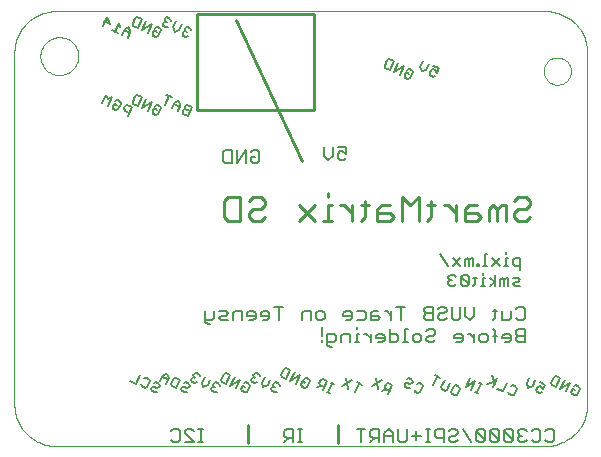
<source format=gbo>
G75*
G70*
%OFA0B0*%
%FSLAX24Y24*%
%IPPOS*%
%LPD*%
%AMOC8*
5,1,8,0,0,1.08239X$1,22.5*
%
%ADD10C,0.0000*%
%ADD11C,0.0090*%
%ADD12C,0.0060*%
%ADD13C,0.0070*%
%ADD14C,0.0100*%
%ADD15C,0.0080*%
D10*
X001600Y004500D02*
X017900Y004500D01*
X017973Y004502D01*
X018046Y004508D01*
X018119Y004517D01*
X018191Y004531D01*
X018262Y004548D01*
X018333Y004569D01*
X018402Y004593D01*
X018469Y004621D01*
X018536Y004653D01*
X018600Y004688D01*
X018662Y004726D01*
X018723Y004767D01*
X018781Y004812D01*
X018837Y004860D01*
X018890Y004910D01*
X018940Y004963D01*
X018988Y005019D01*
X019033Y005077D01*
X019074Y005138D01*
X019112Y005200D01*
X019147Y005264D01*
X019179Y005331D01*
X019207Y005398D01*
X019231Y005467D01*
X019252Y005538D01*
X019269Y005609D01*
X019283Y005681D01*
X019292Y005754D01*
X019298Y005827D01*
X019300Y005900D01*
X019300Y017600D01*
X017847Y017000D02*
X017849Y017042D01*
X017855Y017084D01*
X017865Y017126D01*
X017878Y017166D01*
X017896Y017205D01*
X017917Y017242D01*
X017941Y017276D01*
X017969Y017309D01*
X017999Y017339D01*
X018032Y017365D01*
X018067Y017389D01*
X018105Y017409D01*
X018144Y017425D01*
X018184Y017438D01*
X018226Y017447D01*
X018268Y017452D01*
X018311Y017453D01*
X018353Y017450D01*
X018395Y017443D01*
X018436Y017432D01*
X018476Y017417D01*
X018514Y017399D01*
X018551Y017377D01*
X018585Y017352D01*
X018617Y017324D01*
X018645Y017293D01*
X018671Y017259D01*
X018694Y017223D01*
X018713Y017186D01*
X018729Y017146D01*
X018741Y017105D01*
X018749Y017064D01*
X018753Y017021D01*
X018753Y016979D01*
X018749Y016936D01*
X018741Y016895D01*
X018729Y016854D01*
X018713Y016814D01*
X018694Y016777D01*
X018671Y016741D01*
X018645Y016707D01*
X018617Y016676D01*
X018585Y016648D01*
X018551Y016623D01*
X018514Y016601D01*
X018476Y016583D01*
X018436Y016568D01*
X018395Y016557D01*
X018353Y016550D01*
X018311Y016547D01*
X018268Y016548D01*
X018226Y016553D01*
X018184Y016562D01*
X018144Y016575D01*
X018105Y016591D01*
X018067Y016611D01*
X018032Y016635D01*
X017999Y016661D01*
X017969Y016691D01*
X017941Y016724D01*
X017917Y016758D01*
X017896Y016795D01*
X017878Y016834D01*
X017865Y016874D01*
X017855Y016916D01*
X017849Y016958D01*
X017847Y017000D01*
X019300Y017600D02*
X019298Y017673D01*
X019292Y017746D01*
X019283Y017819D01*
X019269Y017891D01*
X019252Y017962D01*
X019231Y018033D01*
X019207Y018102D01*
X019179Y018169D01*
X019147Y018236D01*
X019112Y018300D01*
X019074Y018362D01*
X019033Y018423D01*
X018988Y018481D01*
X018940Y018537D01*
X018890Y018590D01*
X018837Y018640D01*
X018781Y018688D01*
X018723Y018733D01*
X018662Y018774D01*
X018600Y018812D01*
X018536Y018847D01*
X018469Y018879D01*
X018402Y018907D01*
X018333Y018931D01*
X018262Y018952D01*
X018191Y018969D01*
X018119Y018983D01*
X018046Y018992D01*
X017973Y018998D01*
X017900Y019000D01*
X001600Y019000D01*
X001527Y018998D01*
X001454Y018992D01*
X001381Y018983D01*
X001309Y018969D01*
X001238Y018952D01*
X001167Y018931D01*
X001098Y018907D01*
X001031Y018879D01*
X000964Y018847D01*
X000900Y018812D01*
X000838Y018774D01*
X000777Y018733D01*
X000719Y018688D01*
X000663Y018640D01*
X000610Y018590D01*
X000560Y018537D01*
X000512Y018481D01*
X000467Y018423D01*
X000426Y018362D01*
X000388Y018300D01*
X000353Y018236D01*
X000321Y018169D01*
X000293Y018102D01*
X000269Y018033D01*
X000248Y017962D01*
X000231Y017891D01*
X000217Y017819D01*
X000208Y017746D01*
X000202Y017673D01*
X000200Y017600D01*
X000200Y005900D01*
X000202Y005827D01*
X000208Y005754D01*
X000217Y005681D01*
X000231Y005609D01*
X000248Y005538D01*
X000269Y005467D01*
X000293Y005398D01*
X000321Y005331D01*
X000353Y005264D01*
X000388Y005200D01*
X000426Y005138D01*
X000467Y005077D01*
X000512Y005019D01*
X000560Y004963D01*
X000610Y004910D01*
X000663Y004860D01*
X000719Y004812D01*
X000777Y004767D01*
X000838Y004726D01*
X000900Y004688D01*
X000964Y004653D01*
X001031Y004621D01*
X001098Y004593D01*
X001167Y004569D01*
X001238Y004548D01*
X001309Y004531D01*
X001381Y004517D01*
X001454Y004508D01*
X001527Y004502D01*
X001600Y004500D01*
X001070Y017500D02*
X001072Y017550D01*
X001078Y017600D01*
X001088Y017649D01*
X001102Y017697D01*
X001119Y017744D01*
X001140Y017789D01*
X001165Y017833D01*
X001193Y017874D01*
X001225Y017913D01*
X001259Y017950D01*
X001296Y017984D01*
X001336Y018014D01*
X001378Y018041D01*
X001422Y018065D01*
X001468Y018086D01*
X001515Y018102D01*
X001563Y018115D01*
X001613Y018124D01*
X001662Y018129D01*
X001713Y018130D01*
X001763Y018127D01*
X001812Y018120D01*
X001861Y018109D01*
X001909Y018094D01*
X001955Y018076D01*
X002000Y018054D01*
X002043Y018028D01*
X002084Y017999D01*
X002123Y017967D01*
X002159Y017932D01*
X002191Y017894D01*
X002221Y017854D01*
X002248Y017811D01*
X002271Y017767D01*
X002290Y017721D01*
X002306Y017673D01*
X002318Y017624D01*
X002326Y017575D01*
X002330Y017525D01*
X002330Y017475D01*
X002326Y017425D01*
X002318Y017376D01*
X002306Y017327D01*
X002290Y017279D01*
X002271Y017233D01*
X002248Y017189D01*
X002221Y017146D01*
X002191Y017106D01*
X002159Y017068D01*
X002123Y017033D01*
X002084Y017001D01*
X002043Y016972D01*
X002000Y016946D01*
X001955Y016924D01*
X001909Y016906D01*
X001861Y016891D01*
X001812Y016880D01*
X001763Y016873D01*
X001713Y016870D01*
X001662Y016871D01*
X001613Y016876D01*
X001563Y016885D01*
X001515Y016898D01*
X001468Y016914D01*
X001422Y016935D01*
X001378Y016959D01*
X001336Y016986D01*
X001296Y017016D01*
X001259Y017050D01*
X001225Y017087D01*
X001193Y017126D01*
X001165Y017167D01*
X001140Y017211D01*
X001119Y017256D01*
X001102Y017303D01*
X001088Y017351D01*
X001078Y017400D01*
X001072Y017450D01*
X001070Y017500D01*
D11*
X007195Y012671D02*
X007195Y012130D01*
X007330Y011995D01*
X007735Y011995D01*
X007735Y012806D01*
X007330Y012806D01*
X007195Y012671D01*
X008023Y012671D02*
X008159Y012806D01*
X008429Y012806D01*
X008564Y012671D01*
X008564Y012535D01*
X008429Y012400D01*
X008159Y012400D01*
X008023Y012265D01*
X008023Y012130D01*
X008159Y011995D01*
X008429Y011995D01*
X008564Y012130D01*
X009681Y011995D02*
X010221Y012535D01*
X010639Y012535D02*
X010639Y011995D01*
X010774Y011995D02*
X010504Y011995D01*
X010221Y011995D02*
X009681Y012535D01*
X010639Y012535D02*
X010774Y012535D01*
X011059Y012535D02*
X011194Y012535D01*
X011464Y012265D01*
X011464Y011995D02*
X011464Y012535D01*
X011747Y012535D02*
X012017Y012535D01*
X011882Y012671D02*
X011882Y012130D01*
X011747Y011995D01*
X012305Y011995D02*
X012710Y011995D01*
X012846Y012130D01*
X012710Y012265D01*
X012305Y012265D01*
X012305Y012400D02*
X012305Y011995D01*
X012305Y012400D02*
X012440Y012535D01*
X012710Y012535D01*
X013134Y012806D02*
X013134Y011995D01*
X013674Y011995D02*
X013674Y012806D01*
X013404Y012535D01*
X013134Y012806D01*
X013957Y012535D02*
X014227Y012535D01*
X014092Y012671D02*
X014092Y012130D01*
X013957Y011995D01*
X014512Y012535D02*
X014647Y012535D01*
X014917Y012265D01*
X014917Y011995D02*
X014917Y012535D01*
X015206Y012400D02*
X015206Y011995D01*
X015611Y011995D01*
X015746Y012130D01*
X015611Y012265D01*
X015206Y012265D01*
X015206Y012400D02*
X015341Y012535D01*
X015611Y012535D01*
X016034Y012400D02*
X016034Y011995D01*
X016305Y011995D02*
X016305Y012400D01*
X016169Y012535D01*
X016034Y012400D01*
X016305Y012400D02*
X016440Y012535D01*
X016575Y012535D01*
X016575Y011995D01*
X016863Y012130D02*
X016998Y011995D01*
X017268Y011995D01*
X017403Y012130D01*
X017268Y012400D02*
X016998Y012400D01*
X016863Y012265D01*
X016863Y012130D01*
X017268Y012400D02*
X017403Y012535D01*
X017403Y012671D01*
X017268Y012806D01*
X016998Y012806D01*
X016863Y012671D01*
X010639Y012806D02*
X010639Y012941D01*
D12*
X010663Y014030D02*
X010516Y014177D01*
X010516Y014470D01*
X010810Y014470D02*
X010810Y014177D01*
X010663Y014030D01*
X010976Y014103D02*
X011050Y014030D01*
X011197Y014030D01*
X011270Y014103D01*
X011270Y014250D02*
X011123Y014324D01*
X011050Y014324D01*
X010976Y014250D01*
X010976Y014103D01*
X011270Y014250D02*
X011270Y014470D01*
X010976Y014470D01*
X008370Y014297D02*
X008370Y014003D01*
X008297Y013930D01*
X008150Y013930D01*
X008076Y014003D01*
X008076Y014150D01*
X008223Y014150D01*
X008076Y014297D02*
X008150Y014370D01*
X008297Y014370D01*
X008370Y014297D01*
X007910Y014370D02*
X007910Y013930D01*
X007616Y013930D02*
X007616Y014370D01*
X007449Y014370D02*
X007229Y014370D01*
X007156Y014297D01*
X007156Y014003D01*
X007229Y013930D01*
X007449Y013930D01*
X007449Y014370D01*
X007910Y014370D02*
X007616Y013930D01*
X008870Y009145D02*
X009163Y009145D01*
X009016Y009145D02*
X009016Y008705D01*
X008703Y008778D02*
X008703Y008925D01*
X008629Y008999D01*
X008483Y008999D01*
X008409Y008925D01*
X008409Y008852D01*
X008703Y008852D01*
X008703Y008778D02*
X008629Y008705D01*
X008483Y008705D01*
X008242Y008778D02*
X008242Y008925D01*
X008169Y008999D01*
X008022Y008999D01*
X007949Y008925D01*
X007949Y008852D01*
X008242Y008852D01*
X008242Y008778D02*
X008169Y008705D01*
X008022Y008705D01*
X007782Y008705D02*
X007782Y008999D01*
X007562Y008999D01*
X007488Y008925D01*
X007488Y008705D01*
X007322Y008705D02*
X007101Y008705D01*
X007028Y008778D01*
X007101Y008852D01*
X007248Y008852D01*
X007322Y008925D01*
X007248Y008999D01*
X007028Y008999D01*
X006861Y008999D02*
X006861Y008778D01*
X006788Y008705D01*
X006568Y008705D01*
X006568Y008632D02*
X006641Y008558D01*
X006714Y008558D01*
X006568Y008632D02*
X006568Y008999D01*
X009790Y008925D02*
X009790Y008705D01*
X009790Y008925D02*
X009864Y008999D01*
X010084Y008999D01*
X010084Y008705D01*
X010251Y008778D02*
X010251Y008925D01*
X010324Y008999D01*
X010471Y008999D01*
X010544Y008925D01*
X010544Y008778D01*
X010471Y008705D01*
X010324Y008705D01*
X010251Y008778D01*
X010468Y008469D02*
X010468Y008175D01*
X010468Y008028D02*
X010468Y007955D01*
X010634Y007955D02*
X010855Y007955D01*
X010928Y008028D01*
X010928Y008175D01*
X010855Y008249D01*
X010634Y008249D01*
X010634Y007882D01*
X010708Y007808D01*
X010781Y007808D01*
X011095Y007955D02*
X011095Y008175D01*
X011168Y008249D01*
X011388Y008249D01*
X011388Y007955D01*
X011549Y007955D02*
X011695Y007955D01*
X011622Y007955D02*
X011622Y008249D01*
X011695Y008249D01*
X011622Y008395D02*
X011622Y008469D01*
X011632Y008705D02*
X011852Y008705D01*
X011925Y008778D01*
X011925Y008925D01*
X011852Y008999D01*
X011632Y008999D01*
X011465Y008925D02*
X011465Y008778D01*
X011392Y008705D01*
X011245Y008705D01*
X011172Y008852D02*
X011465Y008852D01*
X011465Y008925D02*
X011392Y008999D01*
X011245Y008999D01*
X011172Y008925D01*
X011172Y008852D01*
X011859Y008249D02*
X011932Y008249D01*
X012079Y008102D01*
X012079Y007955D02*
X012079Y008249D01*
X012246Y008175D02*
X012246Y008102D01*
X012539Y008102D01*
X012539Y008175D02*
X012466Y008249D01*
X012319Y008249D01*
X012246Y008175D01*
X012319Y007955D02*
X012466Y007955D01*
X012539Y008028D01*
X012539Y008175D01*
X012706Y008249D02*
X012926Y008249D01*
X013000Y008175D01*
X013000Y008028D01*
X012926Y007955D01*
X012706Y007955D01*
X012706Y008395D01*
X012770Y008705D02*
X012770Y008999D01*
X012770Y008852D02*
X012623Y008999D01*
X012549Y008999D01*
X012312Y008999D02*
X012166Y008999D01*
X012092Y008925D01*
X012092Y008705D01*
X012312Y008705D01*
X012386Y008778D01*
X012312Y008852D01*
X012092Y008852D01*
X012936Y009145D02*
X013230Y009145D01*
X013083Y009145D02*
X013083Y008705D01*
X013233Y008395D02*
X013233Y007955D01*
X013160Y007955D02*
X013307Y007955D01*
X013473Y008028D02*
X013473Y008175D01*
X013547Y008249D01*
X013694Y008249D01*
X013767Y008175D01*
X013767Y008028D01*
X013694Y007955D01*
X013547Y007955D01*
X013473Y008028D01*
X013307Y008395D02*
X013233Y008395D01*
X013857Y008778D02*
X013857Y008852D01*
X013931Y008925D01*
X014151Y008925D01*
X014318Y008852D02*
X014318Y008778D01*
X014391Y008705D01*
X014538Y008705D01*
X014611Y008778D01*
X014538Y008925D02*
X014391Y008925D01*
X014318Y008852D01*
X014318Y009072D02*
X014391Y009145D01*
X014538Y009145D01*
X014611Y009072D01*
X014611Y008999D01*
X014538Y008925D01*
X014778Y008778D02*
X014778Y009145D01*
X015072Y009145D02*
X015072Y008778D01*
X014998Y008705D01*
X014851Y008705D01*
X014778Y008778D01*
X015238Y008852D02*
X015238Y009145D01*
X015238Y008852D02*
X015385Y008705D01*
X015532Y008852D01*
X015532Y009145D01*
X016152Y008999D02*
X016299Y008999D01*
X016226Y009072D02*
X016226Y008778D01*
X016152Y008705D01*
X016466Y008705D02*
X016466Y008999D01*
X016466Y008705D02*
X016686Y008705D01*
X016760Y008778D01*
X016760Y008999D01*
X016926Y009072D02*
X017000Y009145D01*
X017147Y009145D01*
X017220Y009072D01*
X017220Y008778D01*
X017147Y008705D01*
X017000Y008705D01*
X016926Y008778D01*
X017000Y008395D02*
X016926Y008322D01*
X016926Y008249D01*
X017000Y008175D01*
X017220Y008175D01*
X017220Y007955D02*
X017000Y007955D01*
X016926Y008028D01*
X016926Y008102D01*
X017000Y008175D01*
X017000Y008395D02*
X017220Y008395D01*
X017220Y007955D01*
X016760Y008028D02*
X016760Y008175D01*
X016686Y008249D01*
X016539Y008249D01*
X016466Y008175D01*
X016466Y008102D01*
X016760Y008102D01*
X016760Y008028D02*
X016686Y007955D01*
X016539Y007955D01*
X016226Y007955D02*
X016226Y008322D01*
X016152Y008395D01*
X016152Y008175D02*
X016299Y008175D01*
X015992Y008175D02*
X015992Y008028D01*
X015919Y007955D01*
X015772Y007955D01*
X015699Y008028D01*
X015699Y008175D01*
X015772Y008249D01*
X015919Y008249D01*
X015992Y008175D01*
X015532Y008102D02*
X015385Y008249D01*
X015312Y008249D01*
X015148Y008175D02*
X015148Y008028D01*
X015075Y007955D01*
X014928Y007955D01*
X014855Y008102D02*
X015148Y008102D01*
X015148Y008175D02*
X015075Y008249D01*
X014928Y008249D01*
X014855Y008175D01*
X014855Y008102D01*
X014227Y008028D02*
X014154Y007955D01*
X014007Y007955D01*
X013934Y008028D01*
X013934Y008102D01*
X014007Y008175D01*
X014154Y008175D01*
X014227Y008249D01*
X014227Y008322D01*
X014154Y008395D01*
X014007Y008395D01*
X013934Y008322D01*
X013931Y008705D02*
X013857Y008778D01*
X013931Y008705D02*
X014151Y008705D01*
X014151Y009145D01*
X013931Y009145D01*
X013857Y009072D01*
X013857Y008999D01*
X013931Y008925D01*
X015532Y008249D02*
X015532Y007955D01*
X015674Y005070D02*
X015601Y004997D01*
X015894Y004703D01*
X015821Y004630D01*
X015674Y004630D01*
X015601Y004703D01*
X015601Y004997D01*
X015674Y005070D02*
X015821Y005070D01*
X015894Y004997D01*
X015894Y004703D01*
X016061Y004703D02*
X016134Y004630D01*
X016281Y004630D01*
X016355Y004703D01*
X016061Y004997D01*
X016061Y004703D01*
X016355Y004703D02*
X016355Y004997D01*
X016281Y005070D01*
X016134Y005070D01*
X016061Y004997D01*
X016521Y004997D02*
X016521Y004703D01*
X016595Y004630D01*
X016742Y004630D01*
X016815Y004703D01*
X016521Y004997D01*
X016595Y005070D01*
X016742Y005070D01*
X016815Y004997D01*
X016815Y004703D01*
X016982Y004703D02*
X017055Y004630D01*
X017202Y004630D01*
X017275Y004703D01*
X017442Y004703D02*
X017516Y004630D01*
X017662Y004630D01*
X017736Y004703D01*
X017736Y004997D01*
X017662Y005070D01*
X017516Y005070D01*
X017442Y004997D01*
X017275Y004997D02*
X017202Y005070D01*
X017055Y005070D01*
X016982Y004997D01*
X016982Y004924D01*
X017055Y004850D01*
X016982Y004777D01*
X016982Y004703D01*
X017055Y004850D02*
X017129Y004850D01*
X017903Y004703D02*
X017976Y004630D01*
X018123Y004630D01*
X018196Y004703D01*
X018196Y004997D01*
X018123Y005070D01*
X017976Y005070D01*
X017903Y004997D01*
X015434Y004630D02*
X015140Y005070D01*
X014973Y004997D02*
X014973Y004924D01*
X014900Y004850D01*
X014753Y004850D01*
X014680Y004777D01*
X014680Y004703D01*
X014753Y004630D01*
X014900Y004630D01*
X014973Y004703D01*
X014973Y004997D02*
X014900Y005070D01*
X014753Y005070D01*
X014680Y004997D01*
X014513Y005070D02*
X014293Y005070D01*
X014219Y004997D01*
X014219Y004850D01*
X014293Y004777D01*
X014513Y004777D01*
X014513Y004630D02*
X014513Y005070D01*
X014053Y005070D02*
X013906Y005070D01*
X013979Y005070D02*
X013979Y004630D01*
X013906Y004630D02*
X014053Y004630D01*
X013746Y004850D02*
X013452Y004850D01*
X013599Y004997D02*
X013599Y004703D01*
X013285Y004703D02*
X013285Y005070D01*
X012992Y005070D02*
X012992Y004703D01*
X013065Y004630D01*
X013212Y004630D01*
X013285Y004703D01*
X012825Y004630D02*
X012825Y004924D01*
X012678Y005070D01*
X012531Y004924D01*
X012531Y004630D01*
X012365Y004630D02*
X012365Y005070D01*
X012144Y005070D01*
X012071Y004997D01*
X012071Y004850D01*
X012144Y004777D01*
X012365Y004777D01*
X012218Y004777D02*
X012071Y004630D01*
X011757Y004630D02*
X011757Y005070D01*
X011611Y005070D02*
X011904Y005070D01*
X012531Y004850D02*
X012825Y004850D01*
X009804Y004630D02*
X009657Y004630D01*
X009730Y004630D02*
X009730Y005070D01*
X009657Y005070D02*
X009804Y005070D01*
X009497Y005070D02*
X009277Y005070D01*
X009203Y004997D01*
X009203Y004850D01*
X009277Y004777D01*
X009497Y004777D01*
X009497Y004630D02*
X009497Y005070D01*
X009350Y004777D02*
X009203Y004630D01*
X006484Y004630D02*
X006337Y004630D01*
X006410Y004630D02*
X006410Y005070D01*
X006337Y005070D02*
X006484Y005070D01*
X006177Y004997D02*
X006104Y005070D01*
X005957Y005070D01*
X005883Y004997D01*
X005883Y004924D01*
X006177Y004630D01*
X005883Y004630D01*
X005717Y004703D02*
X005643Y004630D01*
X005496Y004630D01*
X005423Y004703D01*
X005717Y004703D02*
X005717Y004997D01*
X005643Y005070D01*
X005496Y005070D01*
X005423Y004997D01*
D13*
X014394Y010890D02*
X014648Y010510D01*
X014809Y010510D02*
X015062Y010764D01*
X015223Y010700D02*
X015223Y010510D01*
X015350Y010510D02*
X015350Y010700D01*
X015286Y010764D01*
X015223Y010700D01*
X015350Y010700D02*
X015413Y010764D01*
X015477Y010764D01*
X015477Y010510D01*
X015620Y010510D02*
X015620Y010573D01*
X015684Y010573D01*
X015684Y010510D01*
X015620Y010510D01*
X015833Y010510D02*
X015960Y010510D01*
X015897Y010510D02*
X015897Y010890D01*
X015960Y010890D01*
X016121Y010764D02*
X016374Y010510D01*
X016524Y010510D02*
X016651Y010510D01*
X016587Y010510D02*
X016587Y010764D01*
X016651Y010764D01*
X016587Y010890D02*
X016587Y010954D01*
X016374Y010764D02*
X016121Y010510D01*
X016236Y010215D02*
X016236Y009835D01*
X016236Y009962D02*
X016046Y010089D01*
X015891Y010089D02*
X015828Y010089D01*
X015828Y009835D01*
X015891Y009835D02*
X015764Y009835D01*
X015551Y009898D02*
X015551Y010152D01*
X015615Y010089D02*
X015488Y010089D01*
X015339Y010152D02*
X015275Y010215D01*
X015148Y010215D01*
X015085Y010152D01*
X015339Y009898D01*
X015275Y009835D01*
X015148Y009835D01*
X015085Y009898D01*
X015085Y010152D01*
X014924Y010152D02*
X014861Y010215D01*
X014734Y010215D01*
X014671Y010152D01*
X014671Y010089D01*
X014734Y010025D01*
X014671Y009962D01*
X014671Y009898D01*
X014734Y009835D01*
X014861Y009835D01*
X014924Y009898D01*
X014797Y010025D02*
X014734Y010025D01*
X015062Y010510D02*
X014809Y010764D01*
X015339Y010152D02*
X015339Y009898D01*
X015488Y009835D02*
X015551Y009898D01*
X015828Y010215D02*
X015828Y010279D01*
X016046Y009835D02*
X016236Y009962D01*
X016397Y010025D02*
X016397Y009835D01*
X016524Y009835D02*
X016524Y010025D01*
X016460Y010089D01*
X016397Y010025D01*
X016524Y010025D02*
X016587Y010089D01*
X016651Y010089D01*
X016651Y009835D01*
X016811Y009898D02*
X016875Y009962D01*
X017002Y009962D01*
X017065Y010025D01*
X017002Y010089D01*
X016811Y010089D01*
X016811Y009898D02*
X016875Y009835D01*
X017065Y009835D01*
X017065Y010383D02*
X017065Y010764D01*
X016875Y010764D01*
X016811Y010700D01*
X016811Y010573D01*
X016875Y010510D01*
X017065Y010510D01*
D14*
X011000Y005200D02*
X011000Y004600D01*
X008000Y004600D02*
X008000Y005200D01*
X009800Y014000D02*
X007600Y018700D01*
X006300Y018900D02*
X010200Y018900D01*
X010200Y015700D01*
X006300Y015700D01*
X006300Y018900D01*
D15*
X006068Y018432D02*
X005972Y018478D01*
X005901Y018452D01*
X005878Y018403D01*
X005904Y018332D01*
X005833Y018307D01*
X005810Y018258D01*
X005836Y018187D01*
X005933Y018142D01*
X006004Y018168D01*
X005952Y018310D02*
X005904Y018332D01*
X006094Y018362D02*
X006068Y018432D01*
X005783Y018566D02*
X005693Y018372D01*
X005551Y018320D01*
X005499Y018462D01*
X005589Y018656D01*
X005427Y018673D02*
X005401Y018744D01*
X005304Y018789D01*
X005233Y018763D01*
X005210Y018715D01*
X005236Y018644D01*
X005165Y018618D01*
X005143Y018570D01*
X005169Y018499D01*
X005265Y018454D01*
X005336Y018479D01*
X005285Y018621D02*
X005236Y018644D01*
X005068Y018432D02*
X005094Y018362D01*
X005004Y018168D01*
X004933Y018142D01*
X004836Y018187D01*
X004810Y018258D01*
X004856Y018355D01*
X004952Y018310D01*
X004901Y018452D02*
X004972Y018478D01*
X005068Y018432D01*
X004783Y018566D02*
X004648Y018275D01*
X004454Y018366D02*
X004783Y018566D01*
X004589Y018656D02*
X004454Y018366D01*
X004314Y018431D02*
X004169Y018499D01*
X004143Y018570D01*
X004233Y018763D01*
X004304Y018789D01*
X004449Y018721D01*
X004314Y018431D01*
X004072Y018313D02*
X004020Y018455D01*
X003878Y018403D01*
X003788Y018210D01*
X003648Y018275D02*
X003454Y018366D01*
X003551Y018320D02*
X003686Y018611D01*
X003738Y018469D01*
X003856Y018355D02*
X004049Y018265D01*
X004072Y018313D02*
X003981Y018120D01*
X003381Y018576D02*
X003304Y018789D01*
X003169Y018499D01*
X003188Y018666D02*
X003381Y018576D01*
X003256Y016211D02*
X003120Y015921D01*
X003314Y015831D02*
X003449Y016121D01*
X003307Y016070D01*
X003256Y016211D01*
X003567Y016007D02*
X003638Y016033D01*
X003735Y015988D01*
X003760Y015917D01*
X003670Y015724D01*
X003599Y015698D01*
X003502Y015743D01*
X003477Y015814D01*
X003522Y015911D01*
X003618Y015866D01*
X003856Y015755D02*
X003881Y015684D01*
X004026Y015616D01*
X003981Y015520D02*
X004117Y015810D01*
X003972Y015878D01*
X003901Y015852D01*
X003856Y015755D01*
X004169Y015899D02*
X004143Y015970D01*
X004233Y016163D01*
X004304Y016189D01*
X004449Y016121D01*
X004314Y015831D01*
X004169Y015899D01*
X004454Y015766D02*
X004589Y016056D01*
X004783Y015966D02*
X004454Y015766D01*
X004648Y015675D02*
X004783Y015966D01*
X004901Y015852D02*
X004972Y015878D01*
X005068Y015832D01*
X005094Y015762D01*
X005004Y015568D01*
X004933Y015542D01*
X004836Y015587D01*
X004810Y015658D01*
X004856Y015755D01*
X004952Y015710D01*
X005217Y015876D02*
X005352Y016166D01*
X005449Y016121D02*
X005256Y016211D01*
X005544Y015959D02*
X005454Y015766D01*
X005522Y015911D02*
X005715Y015820D01*
X005738Y015869D02*
X005686Y016011D01*
X005544Y015959D01*
X005738Y015869D02*
X005648Y015675D01*
X005810Y015658D02*
X005836Y015587D01*
X005981Y015520D01*
X006117Y015810D01*
X005972Y015878D01*
X005901Y015852D01*
X005878Y015803D01*
X005904Y015732D01*
X006049Y015665D01*
X005904Y015732D02*
X005833Y015707D01*
X005810Y015658D01*
X012543Y017170D02*
X012569Y017099D01*
X012714Y017031D01*
X012849Y017321D01*
X012704Y017389D01*
X012633Y017363D01*
X012543Y017170D01*
X012854Y016966D02*
X012989Y017256D01*
X013183Y017166D02*
X012854Y016966D01*
X013048Y016875D02*
X013183Y017166D01*
X013301Y017052D02*
X013372Y017078D01*
X013468Y017032D01*
X013494Y016962D01*
X013404Y016768D01*
X013333Y016742D01*
X013236Y016787D01*
X013210Y016858D01*
X013256Y016955D01*
X013352Y016910D01*
X013784Y016998D02*
X013732Y017140D01*
X013822Y017334D01*
X014016Y017243D02*
X013926Y017050D01*
X013784Y016998D01*
X014044Y016936D02*
X014069Y016865D01*
X014166Y016820D01*
X014237Y016846D01*
X014282Y016943D02*
X014208Y017036D01*
X014160Y017059D01*
X014089Y017033D01*
X014044Y016936D01*
X014282Y016943D02*
X014350Y017088D01*
X014156Y017178D01*
X009399Y007021D02*
X009254Y007089D01*
X009183Y007063D01*
X009093Y006870D01*
X009119Y006799D01*
X009264Y006731D01*
X009399Y007021D01*
X009539Y006956D02*
X009404Y006666D01*
X009733Y006866D01*
X009598Y006575D01*
X009760Y006558D02*
X009786Y006487D01*
X009883Y006442D01*
X009954Y006468D01*
X010044Y006662D01*
X010018Y006732D01*
X009922Y006778D01*
X009851Y006752D01*
X009806Y006655D02*
X009902Y006610D01*
X009806Y006655D02*
X009760Y006558D01*
X010293Y006467D02*
X010435Y006519D01*
X010386Y006542D02*
X010531Y006474D01*
X010486Y006377D02*
X010622Y006667D01*
X010477Y006735D01*
X010406Y006709D01*
X010360Y006613D01*
X010386Y006542D01*
X010612Y006319D02*
X010709Y006273D01*
X010660Y006296D02*
X010796Y006586D01*
X010844Y006564D02*
X010747Y006609D01*
X011137Y006493D02*
X011466Y006693D01*
X011606Y006628D02*
X011800Y006538D01*
X011703Y006583D02*
X011568Y006293D01*
X011331Y006403D02*
X011272Y006784D01*
X012137Y006493D02*
X012466Y006693D01*
X012584Y006580D02*
X012539Y006483D01*
X012564Y006412D01*
X012710Y006344D01*
X012664Y006248D02*
X012800Y006538D01*
X012655Y006605D01*
X012584Y006580D01*
X012613Y006389D02*
X012471Y006338D01*
X012331Y006403D02*
X012272Y006784D01*
X013210Y006542D02*
X013236Y006471D01*
X013332Y006426D01*
X013403Y006452D01*
X013400Y006571D02*
X013303Y006616D01*
X013232Y006590D01*
X013210Y006542D01*
X013400Y006571D02*
X013471Y006597D01*
X013493Y006645D01*
X013468Y006716D01*
X013371Y006761D01*
X013300Y006735D01*
X013634Y006580D02*
X013705Y006605D01*
X013801Y006560D01*
X013827Y006489D01*
X013737Y006296D01*
X013666Y006270D01*
X013569Y006315D01*
X013544Y006386D01*
X014167Y006526D02*
X014302Y006816D01*
X014399Y006771D02*
X014206Y006861D01*
X014539Y006706D02*
X014427Y006464D01*
X014452Y006393D01*
X014549Y006348D01*
X014620Y006374D01*
X014733Y006616D01*
X014851Y006502D02*
X014922Y006528D01*
X015018Y006482D01*
X015044Y006412D01*
X014954Y006218D01*
X014883Y006192D01*
X014786Y006237D01*
X014760Y006308D01*
X014851Y006502D01*
X015243Y006467D02*
X015378Y006758D01*
X015572Y006667D02*
X015243Y006467D01*
X015436Y006377D02*
X015572Y006667D01*
X015697Y006609D02*
X015794Y006564D01*
X015746Y006586D02*
X015610Y006296D01*
X015562Y006319D02*
X015659Y006273D01*
X015970Y006571D02*
X016183Y006649D01*
X016209Y006578D02*
X016106Y006861D01*
X016299Y006771D02*
X016164Y006481D01*
X016304Y006416D02*
X016498Y006325D01*
X016633Y006616D01*
X016751Y006502D02*
X016822Y006528D01*
X016918Y006482D01*
X016944Y006412D01*
X016854Y006218D01*
X016783Y006192D01*
X016686Y006237D01*
X016660Y006308D01*
X017282Y006590D02*
X017372Y006784D01*
X017282Y006590D02*
X017334Y006448D01*
X017476Y006500D01*
X017566Y006693D01*
X017706Y006628D02*
X017900Y006538D01*
X017832Y006393D01*
X017758Y006486D01*
X017710Y006509D01*
X017639Y006483D01*
X017594Y006386D01*
X017619Y006315D01*
X017716Y006270D01*
X017787Y006296D01*
X018119Y006549D02*
X018093Y006620D01*
X018183Y006813D01*
X018254Y006839D01*
X018399Y006771D01*
X018264Y006481D01*
X018119Y006549D01*
X018404Y006416D02*
X018539Y006706D01*
X018733Y006616D02*
X018404Y006416D01*
X018598Y006325D02*
X018733Y006616D01*
X018851Y006502D02*
X018922Y006528D01*
X019018Y006482D01*
X019044Y006412D01*
X018954Y006218D01*
X018883Y006192D01*
X018786Y006237D01*
X018760Y006308D01*
X018806Y006405D01*
X018902Y006360D01*
X009044Y006512D02*
X009018Y006582D01*
X008922Y006628D01*
X008851Y006602D01*
X008828Y006553D01*
X008854Y006482D01*
X008783Y006457D01*
X008760Y006408D01*
X008786Y006337D01*
X008883Y006292D01*
X008954Y006318D01*
X008902Y006460D02*
X008854Y006482D01*
X008643Y006522D02*
X008733Y006716D01*
X008539Y006806D02*
X008449Y006612D01*
X008501Y006470D01*
X008643Y006522D01*
X008286Y006629D02*
X008215Y006604D01*
X008119Y006649D01*
X008093Y006720D01*
X008115Y006768D01*
X008186Y006794D01*
X008235Y006771D01*
X008186Y006794D02*
X008160Y006865D01*
X008183Y006913D01*
X008254Y006939D01*
X008351Y006894D01*
X008377Y006823D01*
X008018Y006582D02*
X008044Y006512D01*
X007954Y006318D01*
X007883Y006292D01*
X007786Y006337D01*
X007760Y006408D01*
X007806Y006505D01*
X007902Y006460D01*
X007851Y006602D02*
X007922Y006628D01*
X008018Y006582D01*
X007733Y006716D02*
X007404Y006516D01*
X007539Y006806D01*
X007399Y006871D02*
X007264Y006581D01*
X007119Y006649D01*
X007093Y006720D01*
X007183Y006913D01*
X007254Y006939D01*
X007399Y006871D01*
X007733Y006716D02*
X007598Y006425D01*
X007044Y006512D02*
X007018Y006582D01*
X006922Y006628D01*
X006851Y006602D01*
X006828Y006553D01*
X006854Y006482D01*
X006783Y006457D01*
X006760Y006408D01*
X006786Y006337D01*
X006883Y006292D01*
X006954Y006318D01*
X006902Y006460D02*
X006854Y006482D01*
X006643Y006522D02*
X006733Y006716D01*
X006539Y006806D02*
X006449Y006612D01*
X006501Y006470D01*
X006643Y006522D01*
X006286Y006629D02*
X006215Y006604D01*
X006119Y006649D01*
X006093Y006720D01*
X006115Y006768D01*
X006186Y006794D01*
X006235Y006771D01*
X006186Y006794D02*
X006160Y006865D01*
X006183Y006913D01*
X006254Y006939D01*
X006351Y006894D01*
X006377Y006823D01*
X006018Y006582D02*
X006044Y006512D01*
X006022Y006463D01*
X005951Y006437D01*
X005854Y006482D01*
X005783Y006457D01*
X005760Y006408D01*
X005786Y006337D01*
X005883Y006292D01*
X005954Y006318D01*
X006018Y006582D02*
X005922Y006628D01*
X005851Y006602D01*
X005733Y006716D02*
X005588Y006783D01*
X005517Y006757D01*
X005427Y006564D01*
X005452Y006493D01*
X005598Y006425D01*
X005733Y006716D01*
X005354Y006774D02*
X005264Y006581D01*
X005331Y006726D02*
X005138Y006816D01*
X005160Y006865D02*
X005070Y006671D01*
X005018Y006582D02*
X005044Y006512D01*
X005022Y006463D01*
X004951Y006437D01*
X004854Y006482D01*
X004783Y006457D01*
X004760Y006408D01*
X004786Y006337D01*
X004883Y006292D01*
X004954Y006318D01*
X005018Y006582D02*
X004922Y006628D01*
X004851Y006602D01*
X004710Y006667D02*
X004685Y006738D01*
X004588Y006783D01*
X004517Y006757D01*
X004399Y006871D02*
X004264Y006581D01*
X004070Y006671D01*
X004427Y006564D02*
X004452Y006493D01*
X004549Y006448D01*
X004620Y006474D01*
X004710Y006667D01*
X005160Y006865D02*
X005302Y006916D01*
X005354Y006774D01*
M02*

</source>
